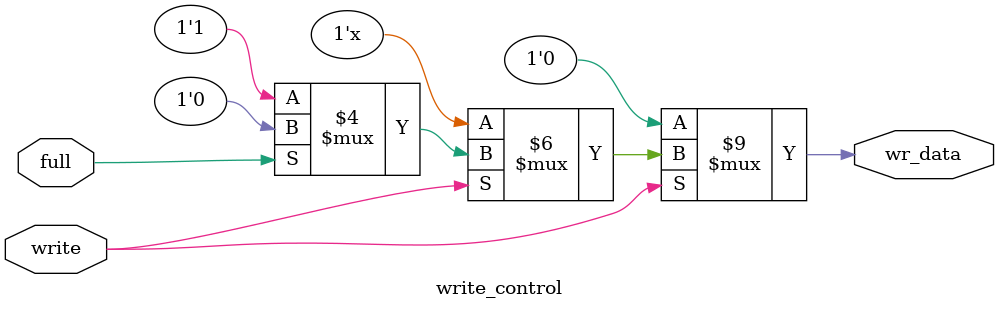
<source format=v>
module write_control(write,full,wr_data);
input write,full;
output reg wr_data;

always @(write,full)
begin
	if (write)
	begin
		if (full)
			wr_data = 0;
		else
			wr_data = 1;
	end
	else
		wr_data = 0;		

end
endmodule
</source>
